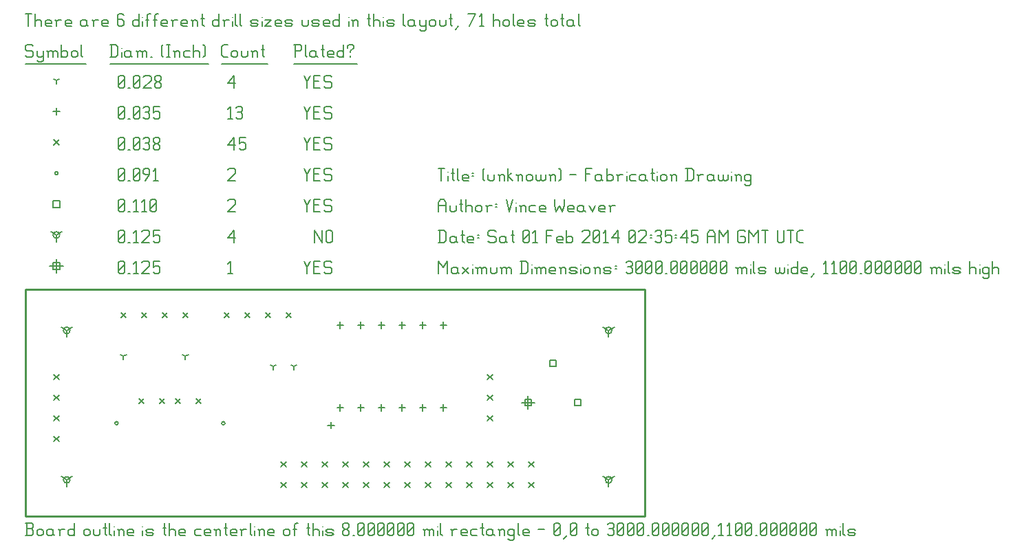
<source format=gbr>
G04 start of page 18 for group -3984 idx -3984 *
G04 Title: (unknown), fab *
G04 Creator: pcb 20110918 *
G04 CreationDate: Sat 01 Feb 2014 02:35:45 AM GMT UTC *
G04 For: vince *
G04 Format: Gerber/RS-274X *
G04 PCB-Dimensions: 300000 110000 *
G04 PCB-Coordinate-Origin: lower left *
%MOIN*%
%FSLAX25Y25*%
%LNFAB*%
%ADD139C,0.0100*%
%ADD138C,0.0075*%
%ADD137C,0.0060*%
%ADD136C,0.0080*%
G54D136*X243500Y58200D02*Y51800D01*
X240300Y55000D02*X246700D01*
X241900Y56600D02*X245100D01*
X241900D02*Y53400D01*
X245100D01*
Y56600D02*Y53400D01*
X282500Y90000D02*Y86800D01*
Y90000D02*X285273Y91600D01*
X282500Y90000D02*X279727Y91600D01*
X280900Y90000D02*G75*G03X284100Y90000I1600J0D01*G01*
G75*G03X280900Y90000I-1600J0D01*G01*
X282500Y17500D02*Y14300D01*
Y17500D02*X285273Y19100D01*
X282500Y17500D02*X279727Y19100D01*
X280900Y17500D02*G75*G03X284100Y17500I1600J0D01*G01*
G75*G03X280900Y17500I-1600J0D01*G01*
X20000Y90000D02*Y86800D01*
Y90000D02*X22773Y91600D01*
X20000Y90000D02*X17227Y91600D01*
X18400Y90000D02*G75*G03X21600Y90000I1600J0D01*G01*
G75*G03X18400Y90000I-1600J0D01*G01*
X20000Y17500D02*Y14300D01*
Y17500D02*X22773Y19100D01*
X20000Y17500D02*X17227Y19100D01*
X18400Y17500D02*G75*G03X21600Y17500I1600J0D01*G01*
G75*G03X18400Y17500I-1600J0D01*G01*
X15000Y124450D02*Y118050D01*
X11800Y121250D02*X18200D01*
X13400Y122850D02*X16600D01*
X13400D02*Y119650D01*
X16600D01*
Y122850D02*Y119650D01*
G54D137*X135000Y123500D02*X136500Y120500D01*
X138000Y123500D01*
X136500Y120500D02*Y117500D01*
X139800Y120800D02*X142050D01*
X139800Y117500D02*X142800D01*
X139800Y123500D02*Y117500D01*
Y123500D02*X142800D01*
X147600D02*X148350Y122750D01*
X145350Y123500D02*X147600D01*
X144600Y122750D02*X145350Y123500D01*
X144600Y122750D02*Y121250D01*
X145350Y120500D01*
X147600D01*
X148350Y119750D01*
Y118250D01*
X147600Y117500D02*X148350Y118250D01*
X145350Y117500D02*X147600D01*
X144600Y118250D02*X145350Y117500D01*
X98000Y122300D02*X99200Y123500D01*
Y117500D01*
X98000D02*X100250D01*
X15000Y136250D02*Y133050D01*
Y136250D02*X17773Y137850D01*
X15000Y136250D02*X12227Y137850D01*
X13400Y136250D02*G75*G03X16600Y136250I1600J0D01*G01*
G75*G03X13400Y136250I-1600J0D01*G01*
X140000Y138500D02*Y132500D01*
Y138500D02*X143750Y132500D01*
Y138500D02*Y132500D01*
X145550Y137750D02*Y133250D01*
Y137750D02*X146300Y138500D01*
X147800D01*
X148550Y137750D01*
Y133250D01*
X147800Y132500D02*X148550Y133250D01*
X146300Y132500D02*X147800D01*
X145550Y133250D02*X146300Y132500D01*
X98000Y134750D02*X101000Y138500D01*
X98000Y134750D02*X101750D01*
X101000Y138500D02*Y132500D01*
X45000Y133250D02*X45750Y132500D01*
X45000Y137750D02*Y133250D01*
Y137750D02*X45750Y138500D01*
X47250D01*
X48000Y137750D01*
Y133250D01*
X47250Y132500D02*X48000Y133250D01*
X45750Y132500D02*X47250D01*
X45000Y134000D02*X48000Y137000D01*
X49800Y132500D02*X50550D01*
X52350Y137300D02*X53550Y138500D01*
Y132500D01*
X52350D02*X54600D01*
X56400Y137750D02*X57150Y138500D01*
X59400D01*
X60150Y137750D01*
Y136250D01*
X56400Y132500D02*X60150Y136250D01*
X56400Y132500D02*X60150D01*
X61950Y138500D02*X64950D01*
X61950D02*Y135500D01*
X62700Y136250D01*
X64200D01*
X64950Y135500D01*
Y133250D01*
X64200Y132500D02*X64950Y133250D01*
X62700Y132500D02*X64200D01*
X61950Y133250D02*X62700Y132500D01*
X45000Y118250D02*X45750Y117500D01*
X45000Y122750D02*Y118250D01*
Y122750D02*X45750Y123500D01*
X47250D01*
X48000Y122750D01*
Y118250D01*
X47250Y117500D02*X48000Y118250D01*
X45750Y117500D02*X47250D01*
X45000Y119000D02*X48000Y122000D01*
X49800Y117500D02*X50550D01*
X52350Y122300D02*X53550Y123500D01*
Y117500D01*
X52350D02*X54600D01*
X56400Y122750D02*X57150Y123500D01*
X59400D01*
X60150Y122750D01*
Y121250D01*
X56400Y117500D02*X60150Y121250D01*
X56400Y117500D02*X60150D01*
X61950Y123500D02*X64950D01*
X61950D02*Y120500D01*
X62700Y121250D01*
X64200D01*
X64950Y120500D01*
Y118250D01*
X64200Y117500D02*X64950Y118250D01*
X62700Y117500D02*X64200D01*
X61950Y118250D02*X62700Y117500D01*
X265900Y56600D02*X269100D01*
X265900D02*Y53400D01*
X269100D01*
Y56600D02*Y53400D01*
X253900Y75600D02*X257100D01*
X253900D02*Y72400D01*
X257100D01*
Y75600D02*Y72400D01*
X13400Y152850D02*X16600D01*
X13400D02*Y149650D01*
X16600D01*
Y152850D02*Y149650D01*
X135000Y153500D02*X136500Y150500D01*
X138000Y153500D01*
X136500Y150500D02*Y147500D01*
X139800Y150800D02*X142050D01*
X139800Y147500D02*X142800D01*
X139800Y153500D02*Y147500D01*
Y153500D02*X142800D01*
X147600D02*X148350Y152750D01*
X145350Y153500D02*X147600D01*
X144600Y152750D02*X145350Y153500D01*
X144600Y152750D02*Y151250D01*
X145350Y150500D01*
X147600D01*
X148350Y149750D01*
Y148250D01*
X147600Y147500D02*X148350Y148250D01*
X145350Y147500D02*X147600D01*
X144600Y148250D02*X145350Y147500D01*
X98000Y152750D02*X98750Y153500D01*
X101000D01*
X101750Y152750D01*
Y151250D01*
X98000Y147500D02*X101750Y151250D01*
X98000Y147500D02*X101750D01*
X45000Y148250D02*X45750Y147500D01*
X45000Y152750D02*Y148250D01*
Y152750D02*X45750Y153500D01*
X47250D01*
X48000Y152750D01*
Y148250D01*
X47250Y147500D02*X48000Y148250D01*
X45750Y147500D02*X47250D01*
X45000Y149000D02*X48000Y152000D01*
X49800Y147500D02*X50550D01*
X52350Y152300D02*X53550Y153500D01*
Y147500D01*
X52350D02*X54600D01*
X56400Y152300D02*X57600Y153500D01*
Y147500D01*
X56400D02*X58650D01*
X60450Y148250D02*X61200Y147500D01*
X60450Y152750D02*Y148250D01*
Y152750D02*X61200Y153500D01*
X62700D01*
X63450Y152750D01*
Y148250D01*
X62700Y147500D02*X63450Y148250D01*
X61200Y147500D02*X62700D01*
X60450Y149000D02*X63450Y152000D01*
X43350Y45000D02*G75*G03X44950Y45000I800J0D01*G01*
G75*G03X43350Y45000I-800J0D01*G01*
X95050D02*G75*G03X96650Y45000I800J0D01*G01*
G75*G03X95050Y45000I-800J0D01*G01*
X14200Y166250D02*G75*G03X15800Y166250I800J0D01*G01*
G75*G03X14200Y166250I-800J0D01*G01*
X135000Y168500D02*X136500Y165500D01*
X138000Y168500D01*
X136500Y165500D02*Y162500D01*
X139800Y165800D02*X142050D01*
X139800Y162500D02*X142800D01*
X139800Y168500D02*Y162500D01*
Y168500D02*X142800D01*
X147600D02*X148350Y167750D01*
X145350Y168500D02*X147600D01*
X144600Y167750D02*X145350Y168500D01*
X144600Y167750D02*Y166250D01*
X145350Y165500D01*
X147600D01*
X148350Y164750D01*
Y163250D01*
X147600Y162500D02*X148350Y163250D01*
X145350Y162500D02*X147600D01*
X144600Y163250D02*X145350Y162500D01*
X98000Y167750D02*X98750Y168500D01*
X101000D01*
X101750Y167750D01*
Y166250D01*
X98000Y162500D02*X101750Y166250D01*
X98000Y162500D02*X101750D01*
X45000Y163250D02*X45750Y162500D01*
X45000Y167750D02*Y163250D01*
Y167750D02*X45750Y168500D01*
X47250D01*
X48000Y167750D01*
Y163250D01*
X47250Y162500D02*X48000Y163250D01*
X45750Y162500D02*X47250D01*
X45000Y164000D02*X48000Y167000D01*
X49800Y162500D02*X50550D01*
X52350Y163250D02*X53100Y162500D01*
X52350Y167750D02*Y163250D01*
Y167750D02*X53100Y168500D01*
X54600D01*
X55350Y167750D01*
Y163250D01*
X54600Y162500D02*X55350Y163250D01*
X53100Y162500D02*X54600D01*
X52350Y164000D02*X55350Y167000D01*
X57900Y162500D02*X60150Y165500D01*
Y167750D02*Y165500D01*
X59400Y168500D02*X60150Y167750D01*
X57900Y168500D02*X59400D01*
X57150Y167750D02*X57900Y168500D01*
X57150Y167750D02*Y166250D01*
X57900Y165500D01*
X60150D01*
X61950Y167300D02*X63150Y168500D01*
Y162500D01*
X61950D02*X64200D01*
X55023Y56870D02*X57423Y54470D01*
X55023D02*X57423Y56870D01*
X64863D02*X67263Y54470D01*
X64863D02*X67263Y56870D01*
X72737D02*X75137Y54470D01*
X72737D02*X75137Y56870D01*
X82577D02*X84977Y54470D01*
X82577D02*X84977Y56870D01*
X223800Y68700D02*X226200Y66300D01*
X223800D02*X226200Y68700D01*
X223800Y58700D02*X226200Y56300D01*
X223800D02*X226200Y58700D01*
X223800Y48700D02*X226200Y46300D01*
X223800D02*X226200Y48700D01*
X96300Y98700D02*X98700Y96300D01*
X96300D02*X98700Y98700D01*
X106300D02*X108700Y96300D01*
X106300D02*X108700Y98700D01*
X116300D02*X118700Y96300D01*
X116300D02*X118700Y98700D01*
X126300D02*X128700Y96300D01*
X126300D02*X128700Y98700D01*
X46300D02*X48700Y96300D01*
X46300D02*X48700Y98700D01*
X56300D02*X58700Y96300D01*
X56300D02*X58700Y98700D01*
X66300D02*X68700Y96300D01*
X66300D02*X68700Y98700D01*
X76300D02*X78700Y96300D01*
X76300D02*X78700Y98700D01*
X13800Y38700D02*X16200Y36300D01*
X13800D02*X16200Y38700D01*
X13800Y48700D02*X16200Y46300D01*
X13800D02*X16200Y48700D01*
X13800Y58700D02*X16200Y56300D01*
X13800D02*X16200Y58700D01*
X13800Y68700D02*X16200Y66300D01*
X13800D02*X16200Y68700D01*
X123800Y16200D02*X126200Y13800D01*
X123800D02*X126200Y16200D01*
X123800Y26200D02*X126200Y23800D01*
X123800D02*X126200Y26200D01*
X133800Y16200D02*X136200Y13800D01*
X133800D02*X136200Y16200D01*
X133800Y26200D02*X136200Y23800D01*
X133800D02*X136200Y26200D01*
X143800Y16200D02*X146200Y13800D01*
X143800D02*X146200Y16200D01*
X143800Y26200D02*X146200Y23800D01*
X143800D02*X146200Y26200D01*
X153800Y16200D02*X156200Y13800D01*
X153800D02*X156200Y16200D01*
X153800Y26200D02*X156200Y23800D01*
X153800D02*X156200Y26200D01*
X163800Y16200D02*X166200Y13800D01*
X163800D02*X166200Y16200D01*
X163800Y26200D02*X166200Y23800D01*
X163800D02*X166200Y26200D01*
X173800Y16200D02*X176200Y13800D01*
X173800D02*X176200Y16200D01*
X173800Y26200D02*X176200Y23800D01*
X173800D02*X176200Y26200D01*
X183800Y16200D02*X186200Y13800D01*
X183800D02*X186200Y16200D01*
X183800Y26200D02*X186200Y23800D01*
X183800D02*X186200Y26200D01*
X193800Y16200D02*X196200Y13800D01*
X193800D02*X196200Y16200D01*
X193800Y26200D02*X196200Y23800D01*
X193800D02*X196200Y26200D01*
X203800Y16200D02*X206200Y13800D01*
X203800D02*X206200Y16200D01*
X203800Y26200D02*X206200Y23800D01*
X203800D02*X206200Y26200D01*
X213800Y16200D02*X216200Y13800D01*
X213800D02*X216200Y16200D01*
X213800Y26200D02*X216200Y23800D01*
X213800D02*X216200Y26200D01*
X223800Y16200D02*X226200Y13800D01*
X223800D02*X226200Y16200D01*
X223800Y26200D02*X226200Y23800D01*
X223800D02*X226200Y26200D01*
X233800Y16200D02*X236200Y13800D01*
X233800D02*X236200Y16200D01*
X233800Y26200D02*X236200Y23800D01*
X233800D02*X236200Y26200D01*
X243800Y16200D02*X246200Y13800D01*
X243800D02*X246200Y16200D01*
X243800Y26200D02*X246200Y23800D01*
X243800D02*X246200Y26200D01*
X13800Y182450D02*X16200Y180050D01*
X13800D02*X16200Y182450D01*
X135000Y183500D02*X136500Y180500D01*
X138000Y183500D01*
X136500Y180500D02*Y177500D01*
X139800Y180800D02*X142050D01*
X139800Y177500D02*X142800D01*
X139800Y183500D02*Y177500D01*
Y183500D02*X142800D01*
X147600D02*X148350Y182750D01*
X145350Y183500D02*X147600D01*
X144600Y182750D02*X145350Y183500D01*
X144600Y182750D02*Y181250D01*
X145350Y180500D01*
X147600D01*
X148350Y179750D01*
Y178250D01*
X147600Y177500D02*X148350Y178250D01*
X145350Y177500D02*X147600D01*
X144600Y178250D02*X145350Y177500D01*
X98000Y179750D02*X101000Y183500D01*
X98000Y179750D02*X101750D01*
X101000Y183500D02*Y177500D01*
X103550Y183500D02*X106550D01*
X103550D02*Y180500D01*
X104300Y181250D01*
X105800D01*
X106550Y180500D01*
Y178250D01*
X105800Y177500D02*X106550Y178250D01*
X104300Y177500D02*X105800D01*
X103550Y178250D02*X104300Y177500D01*
X45000Y178250D02*X45750Y177500D01*
X45000Y182750D02*Y178250D01*
Y182750D02*X45750Y183500D01*
X47250D01*
X48000Y182750D01*
Y178250D01*
X47250Y177500D02*X48000Y178250D01*
X45750Y177500D02*X47250D01*
X45000Y179000D02*X48000Y182000D01*
X49800Y177500D02*X50550D01*
X52350Y178250D02*X53100Y177500D01*
X52350Y182750D02*Y178250D01*
Y182750D02*X53100Y183500D01*
X54600D01*
X55350Y182750D01*
Y178250D01*
X54600Y177500D02*X55350Y178250D01*
X53100Y177500D02*X54600D01*
X52350Y179000D02*X55350Y182000D01*
X57150Y182750D02*X57900Y183500D01*
X59400D01*
X60150Y182750D01*
X59400Y177500D02*X60150Y178250D01*
X57900Y177500D02*X59400D01*
X57150Y178250D02*X57900Y177500D01*
Y180800D02*X59400D01*
X60150Y182750D02*Y181550D01*
Y180050D02*Y178250D01*
Y180050D02*X59400Y180800D01*
X60150Y181550D02*X59400Y180800D01*
X61950Y178250D02*X62700Y177500D01*
X61950Y179450D02*Y178250D01*
Y179450D02*X63000Y180500D01*
X63900D01*
X64950Y179450D01*
Y178250D01*
X64200Y177500D02*X64950Y178250D01*
X62700Y177500D02*X64200D01*
X61950Y181550D02*X63000Y180500D01*
X61950Y182750D02*Y181550D01*
Y182750D02*X62700Y183500D01*
X64200D01*
X64950Y182750D01*
Y181550D01*
X63900Y180500D02*X64950Y181550D01*
X152500Y54100D02*Y50900D01*
X150900Y52500D02*X154100D01*
X162500Y54100D02*Y50900D01*
X160900Y52500D02*X164100D01*
X172500Y54100D02*Y50900D01*
X170900Y52500D02*X174100D01*
X182500Y54100D02*Y50900D01*
X180900Y52500D02*X184100D01*
X192500Y54100D02*Y50900D01*
X190900Y52500D02*X194100D01*
X202500Y54100D02*Y50900D01*
X200900Y52500D02*X204100D01*
X202500Y94100D02*Y90900D01*
X200900Y92500D02*X204100D01*
X192500Y94100D02*Y90900D01*
X190900Y92500D02*X194100D01*
X182500Y94100D02*Y90900D01*
X180900Y92500D02*X184100D01*
X172500Y94100D02*Y90900D01*
X170900Y92500D02*X174100D01*
X162500Y94100D02*Y90900D01*
X160900Y92500D02*X164100D01*
X152500Y94100D02*Y90900D01*
X150900Y92500D02*X154100D01*
X148000Y45600D02*Y42400D01*
X146400Y44000D02*X149600D01*
X15000Y197850D02*Y194650D01*
X13400Y196250D02*X16600D01*
X135000Y198500D02*X136500Y195500D01*
X138000Y198500D01*
X136500Y195500D02*Y192500D01*
X139800Y195800D02*X142050D01*
X139800Y192500D02*X142800D01*
X139800Y198500D02*Y192500D01*
Y198500D02*X142800D01*
X147600D02*X148350Y197750D01*
X145350Y198500D02*X147600D01*
X144600Y197750D02*X145350Y198500D01*
X144600Y197750D02*Y196250D01*
X145350Y195500D01*
X147600D01*
X148350Y194750D01*
Y193250D01*
X147600Y192500D02*X148350Y193250D01*
X145350Y192500D02*X147600D01*
X144600Y193250D02*X145350Y192500D01*
X98000Y197300D02*X99200Y198500D01*
Y192500D01*
X98000D02*X100250D01*
X102050Y197750D02*X102800Y198500D01*
X104300D01*
X105050Y197750D01*
X104300Y192500D02*X105050Y193250D01*
X102800Y192500D02*X104300D01*
X102050Y193250D02*X102800Y192500D01*
Y195800D02*X104300D01*
X105050Y197750D02*Y196550D01*
Y195050D02*Y193250D01*
Y195050D02*X104300Y195800D01*
X105050Y196550D02*X104300Y195800D01*
X45000Y193250D02*X45750Y192500D01*
X45000Y197750D02*Y193250D01*
Y197750D02*X45750Y198500D01*
X47250D01*
X48000Y197750D01*
Y193250D01*
X47250Y192500D02*X48000Y193250D01*
X45750Y192500D02*X47250D01*
X45000Y194000D02*X48000Y197000D01*
X49800Y192500D02*X50550D01*
X52350Y193250D02*X53100Y192500D01*
X52350Y197750D02*Y193250D01*
Y197750D02*X53100Y198500D01*
X54600D01*
X55350Y197750D01*
Y193250D01*
X54600Y192500D02*X55350Y193250D01*
X53100Y192500D02*X54600D01*
X52350Y194000D02*X55350Y197000D01*
X57150Y197750D02*X57900Y198500D01*
X59400D01*
X60150Y197750D01*
X59400Y192500D02*X60150Y193250D01*
X57900Y192500D02*X59400D01*
X57150Y193250D02*X57900Y192500D01*
Y195800D02*X59400D01*
X60150Y197750D02*Y196550D01*
Y195050D02*Y193250D01*
Y195050D02*X59400Y195800D01*
X60150Y196550D02*X59400Y195800D01*
X61950Y198500D02*X64950D01*
X61950D02*Y195500D01*
X62700Y196250D01*
X64200D01*
X64950Y195500D01*
Y193250D01*
X64200Y192500D02*X64950Y193250D01*
X62700Y192500D02*X64200D01*
X61950Y193250D02*X62700Y192500D01*
X77500Y77500D02*Y75900D01*
Y77500D02*X78887Y78300D01*
X77500Y77500D02*X76113Y78300D01*
X47500Y77500D02*Y75900D01*
Y77500D02*X48887Y78300D01*
X47500Y77500D02*X46113Y78300D01*
X120000Y72500D02*Y70900D01*
Y72500D02*X121387Y73300D01*
X120000Y72500D02*X118613Y73300D01*
X130000Y72500D02*Y70900D01*
Y72500D02*X131387Y73300D01*
X130000Y72500D02*X128613Y73300D01*
X15000Y211250D02*Y209650D01*
Y211250D02*X16387Y212050D01*
X15000Y211250D02*X13613Y212050D01*
X135000Y213500D02*X136500Y210500D01*
X138000Y213500D01*
X136500Y210500D02*Y207500D01*
X139800Y210800D02*X142050D01*
X139800Y207500D02*X142800D01*
X139800Y213500D02*Y207500D01*
Y213500D02*X142800D01*
X147600D02*X148350Y212750D01*
X145350Y213500D02*X147600D01*
X144600Y212750D02*X145350Y213500D01*
X144600Y212750D02*Y211250D01*
X145350Y210500D01*
X147600D01*
X148350Y209750D01*
Y208250D01*
X147600Y207500D02*X148350Y208250D01*
X145350Y207500D02*X147600D01*
X144600Y208250D02*X145350Y207500D01*
X98000Y209750D02*X101000Y213500D01*
X98000Y209750D02*X101750D01*
X101000Y213500D02*Y207500D01*
X45000Y208250D02*X45750Y207500D01*
X45000Y212750D02*Y208250D01*
Y212750D02*X45750Y213500D01*
X47250D01*
X48000Y212750D01*
Y208250D01*
X47250Y207500D02*X48000Y208250D01*
X45750Y207500D02*X47250D01*
X45000Y209000D02*X48000Y212000D01*
X49800Y207500D02*X50550D01*
X52350Y208250D02*X53100Y207500D01*
X52350Y212750D02*Y208250D01*
Y212750D02*X53100Y213500D01*
X54600D01*
X55350Y212750D01*
Y208250D01*
X54600Y207500D02*X55350Y208250D01*
X53100Y207500D02*X54600D01*
X52350Y209000D02*X55350Y212000D01*
X57150Y212750D02*X57900Y213500D01*
X60150D01*
X60900Y212750D01*
Y211250D01*
X57150Y207500D02*X60900Y211250D01*
X57150Y207500D02*X60900D01*
X62700Y208250D02*X63450Y207500D01*
X62700Y209450D02*Y208250D01*
Y209450D02*X63750Y210500D01*
X64650D01*
X65700Y209450D01*
Y208250D01*
X64950Y207500D02*X65700Y208250D01*
X63450Y207500D02*X64950D01*
X62700Y211550D02*X63750Y210500D01*
X62700Y212750D02*Y211550D01*
Y212750D02*X63450Y213500D01*
X64950D01*
X65700Y212750D01*
Y211550D01*
X64650Y210500D02*X65700Y211550D01*
X3000Y228500D02*X3750Y227750D01*
X750Y228500D02*X3000D01*
X0Y227750D02*X750Y228500D01*
X0Y227750D02*Y226250D01*
X750Y225500D01*
X3000D01*
X3750Y224750D01*
Y223250D01*
X3000Y222500D02*X3750Y223250D01*
X750Y222500D02*X3000D01*
X0Y223250D02*X750Y222500D01*
X5550Y225500D02*Y223250D01*
X6300Y222500D01*
X8550Y225500D02*Y221000D01*
X7800Y220250D02*X8550Y221000D01*
X6300Y220250D02*X7800D01*
X5550Y221000D02*X6300Y220250D01*
Y222500D02*X7800D01*
X8550Y223250D01*
X11100Y224750D02*Y222500D01*
Y224750D02*X11850Y225500D01*
X12600D01*
X13350Y224750D01*
Y222500D01*
Y224750D02*X14100Y225500D01*
X14850D01*
X15600Y224750D01*
Y222500D01*
X10350Y225500D02*X11100Y224750D01*
X17400Y228500D02*Y222500D01*
Y223250D02*X18150Y222500D01*
X19650D01*
X20400Y223250D01*
Y224750D02*Y223250D01*
X19650Y225500D02*X20400Y224750D01*
X18150Y225500D02*X19650D01*
X17400Y224750D02*X18150Y225500D01*
X22200Y224750D02*Y223250D01*
Y224750D02*X22950Y225500D01*
X24450D01*
X25200Y224750D01*
Y223250D01*
X24450Y222500D02*X25200Y223250D01*
X22950Y222500D02*X24450D01*
X22200Y223250D02*X22950Y222500D01*
X27000Y228500D02*Y223250D01*
X27750Y222500D01*
X0Y219250D02*X29250D01*
X41750Y228500D02*Y222500D01*
X43700Y228500D02*X44750Y227450D01*
Y223550D01*
X43700Y222500D02*X44750Y223550D01*
X41000Y222500D02*X43700D01*
X41000Y228500D02*X43700D01*
G54D138*X46550Y227000D02*Y226850D01*
G54D137*Y224750D02*Y222500D01*
X50300Y225500D02*X51050Y224750D01*
X48800Y225500D02*X50300D01*
X48050Y224750D02*X48800Y225500D01*
X48050Y224750D02*Y223250D01*
X48800Y222500D01*
X51050Y225500D02*Y223250D01*
X51800Y222500D01*
X48800D02*X50300D01*
X51050Y223250D01*
X54350Y224750D02*Y222500D01*
Y224750D02*X55100Y225500D01*
X55850D01*
X56600Y224750D01*
Y222500D01*
Y224750D02*X57350Y225500D01*
X58100D01*
X58850Y224750D01*
Y222500D01*
X53600Y225500D02*X54350Y224750D01*
X60650Y222500D02*X61400D01*
X65900Y223250D02*X66650Y222500D01*
X65900Y227750D02*X66650Y228500D01*
X65900Y227750D02*Y223250D01*
X68450Y228500D02*X69950D01*
X69200D02*Y222500D01*
X68450D02*X69950D01*
X72500Y224750D02*Y222500D01*
Y224750D02*X73250Y225500D01*
X74000D01*
X74750Y224750D01*
Y222500D01*
X71750Y225500D02*X72500Y224750D01*
X77300Y225500D02*X79550D01*
X76550Y224750D02*X77300Y225500D01*
X76550Y224750D02*Y223250D01*
X77300Y222500D01*
X79550D01*
X81350Y228500D02*Y222500D01*
Y224750D02*X82100Y225500D01*
X83600D01*
X84350Y224750D01*
Y222500D01*
X86150Y228500D02*X86900Y227750D01*
Y223250D01*
X86150Y222500D02*X86900Y223250D01*
X41000Y219250D02*X88700D01*
X96050Y222500D02*X98000D01*
X95000Y223550D02*X96050Y222500D01*
X95000Y227450D02*Y223550D01*
Y227450D02*X96050Y228500D01*
X98000D01*
X99800Y224750D02*Y223250D01*
Y224750D02*X100550Y225500D01*
X102050D01*
X102800Y224750D01*
Y223250D01*
X102050Y222500D02*X102800Y223250D01*
X100550Y222500D02*X102050D01*
X99800Y223250D02*X100550Y222500D01*
X104600Y225500D02*Y223250D01*
X105350Y222500D01*
X106850D01*
X107600Y223250D01*
Y225500D02*Y223250D01*
X110150Y224750D02*Y222500D01*
Y224750D02*X110900Y225500D01*
X111650D01*
X112400Y224750D01*
Y222500D01*
X109400Y225500D02*X110150Y224750D01*
X114950Y228500D02*Y223250D01*
X115700Y222500D01*
X114200Y226250D02*X115700D01*
X95000Y219250D02*X117200D01*
X130750Y228500D02*Y222500D01*
X130000Y228500D02*X133000D01*
X133750Y227750D01*
Y226250D01*
X133000Y225500D02*X133750Y226250D01*
X130750Y225500D02*X133000D01*
X135550Y228500D02*Y223250D01*
X136300Y222500D01*
X140050Y225500D02*X140800Y224750D01*
X138550Y225500D02*X140050D01*
X137800Y224750D02*X138550Y225500D01*
X137800Y224750D02*Y223250D01*
X138550Y222500D01*
X140800Y225500D02*Y223250D01*
X141550Y222500D01*
X138550D02*X140050D01*
X140800Y223250D01*
X144100Y228500D02*Y223250D01*
X144850Y222500D01*
X143350Y226250D02*X144850D01*
X147100Y222500D02*X149350D01*
X146350Y223250D02*X147100Y222500D01*
X146350Y224750D02*Y223250D01*
Y224750D02*X147100Y225500D01*
X148600D01*
X149350Y224750D01*
X146350Y224000D02*X149350D01*
Y224750D02*Y224000D01*
X154150Y228500D02*Y222500D01*
X153400D02*X154150Y223250D01*
X151900Y222500D02*X153400D01*
X151150Y223250D02*X151900Y222500D01*
X151150Y224750D02*Y223250D01*
Y224750D02*X151900Y225500D01*
X153400D01*
X154150Y224750D01*
X157450Y225500D02*Y224750D01*
Y223250D02*Y222500D01*
X155950Y227750D02*Y227000D01*
Y227750D02*X156700Y228500D01*
X158200D01*
X158950Y227750D01*
Y227000D01*
X157450Y225500D02*X158950Y227000D01*
X130000Y219250D02*X160750D01*
X0Y243500D02*X3000D01*
X1500D02*Y237500D01*
X4800Y243500D02*Y237500D01*
Y239750D02*X5550Y240500D01*
X7050D01*
X7800Y239750D01*
Y237500D01*
X10350D02*X12600D01*
X9600Y238250D02*X10350Y237500D01*
X9600Y239750D02*Y238250D01*
Y239750D02*X10350Y240500D01*
X11850D01*
X12600Y239750D01*
X9600Y239000D02*X12600D01*
Y239750D02*Y239000D01*
X15150Y239750D02*Y237500D01*
Y239750D02*X15900Y240500D01*
X17400D01*
X14400D02*X15150Y239750D01*
X19950Y237500D02*X22200D01*
X19200Y238250D02*X19950Y237500D01*
X19200Y239750D02*Y238250D01*
Y239750D02*X19950Y240500D01*
X21450D01*
X22200Y239750D01*
X19200Y239000D02*X22200D01*
Y239750D02*Y239000D01*
X28950Y240500D02*X29700Y239750D01*
X27450Y240500D02*X28950D01*
X26700Y239750D02*X27450Y240500D01*
X26700Y239750D02*Y238250D01*
X27450Y237500D01*
X29700Y240500D02*Y238250D01*
X30450Y237500D01*
X27450D02*X28950D01*
X29700Y238250D01*
X33000Y239750D02*Y237500D01*
Y239750D02*X33750Y240500D01*
X35250D01*
X32250D02*X33000Y239750D01*
X37800Y237500D02*X40050D01*
X37050Y238250D02*X37800Y237500D01*
X37050Y239750D02*Y238250D01*
Y239750D02*X37800Y240500D01*
X39300D01*
X40050Y239750D01*
X37050Y239000D02*X40050D01*
Y239750D02*Y239000D01*
X46800Y243500D02*X47550Y242750D01*
X45300Y243500D02*X46800D01*
X44550Y242750D02*X45300Y243500D01*
X44550Y242750D02*Y238250D01*
X45300Y237500D01*
X46800Y240800D02*X47550Y240050D01*
X44550Y240800D02*X46800D01*
X45300Y237500D02*X46800D01*
X47550Y238250D01*
Y240050D02*Y238250D01*
X55050Y243500D02*Y237500D01*
X54300D02*X55050Y238250D01*
X52800Y237500D02*X54300D01*
X52050Y238250D02*X52800Y237500D01*
X52050Y239750D02*Y238250D01*
Y239750D02*X52800Y240500D01*
X54300D01*
X55050Y239750D01*
G54D138*X56850Y242000D02*Y241850D01*
G54D137*Y239750D02*Y237500D01*
X59100Y242750D02*Y237500D01*
Y242750D02*X59850Y243500D01*
X60600D01*
X58350Y240500D02*X59850D01*
X62850Y242750D02*Y237500D01*
Y242750D02*X63600Y243500D01*
X64350D01*
X62100Y240500D02*X63600D01*
X66600Y237500D02*X68850D01*
X65850Y238250D02*X66600Y237500D01*
X65850Y239750D02*Y238250D01*
Y239750D02*X66600Y240500D01*
X68100D01*
X68850Y239750D01*
X65850Y239000D02*X68850D01*
Y239750D02*Y239000D01*
X71400Y239750D02*Y237500D01*
Y239750D02*X72150Y240500D01*
X73650D01*
X70650D02*X71400Y239750D01*
X76200Y237500D02*X78450D01*
X75450Y238250D02*X76200Y237500D01*
X75450Y239750D02*Y238250D01*
Y239750D02*X76200Y240500D01*
X77700D01*
X78450Y239750D01*
X75450Y239000D02*X78450D01*
Y239750D02*Y239000D01*
X81000Y239750D02*Y237500D01*
Y239750D02*X81750Y240500D01*
X82500D01*
X83250Y239750D01*
Y237500D01*
X80250Y240500D02*X81000Y239750D01*
X85800Y243500D02*Y238250D01*
X86550Y237500D01*
X85050Y241250D02*X86550D01*
X93750Y243500D02*Y237500D01*
X93000D02*X93750Y238250D01*
X91500Y237500D02*X93000D01*
X90750Y238250D02*X91500Y237500D01*
X90750Y239750D02*Y238250D01*
Y239750D02*X91500Y240500D01*
X93000D01*
X93750Y239750D01*
X96300D02*Y237500D01*
Y239750D02*X97050Y240500D01*
X98550D01*
X95550D02*X96300Y239750D01*
G54D138*X100350Y242000D02*Y241850D01*
G54D137*Y239750D02*Y237500D01*
X101850Y243500D02*Y238250D01*
X102600Y237500D01*
X104100Y243500D02*Y238250D01*
X104850Y237500D01*
X109800D02*X112050D01*
X112800Y238250D01*
X112050Y239000D02*X112800Y238250D01*
X109800Y239000D02*X112050D01*
X109050Y239750D02*X109800Y239000D01*
X109050Y239750D02*X109800Y240500D01*
X112050D01*
X112800Y239750D01*
X109050Y238250D02*X109800Y237500D01*
G54D138*X114600Y242000D02*Y241850D01*
G54D137*Y239750D02*Y237500D01*
X116100Y240500D02*X119100D01*
X116100Y237500D02*X119100Y240500D01*
X116100Y237500D02*X119100D01*
X121650D02*X123900D01*
X120900Y238250D02*X121650Y237500D01*
X120900Y239750D02*Y238250D01*
Y239750D02*X121650Y240500D01*
X123150D01*
X123900Y239750D01*
X120900Y239000D02*X123900D01*
Y239750D02*Y239000D01*
X126450Y237500D02*X128700D01*
X129450Y238250D01*
X128700Y239000D02*X129450Y238250D01*
X126450Y239000D02*X128700D01*
X125700Y239750D02*X126450Y239000D01*
X125700Y239750D02*X126450Y240500D01*
X128700D01*
X129450Y239750D01*
X125700Y238250D02*X126450Y237500D01*
X133950Y240500D02*Y238250D01*
X134700Y237500D01*
X136200D01*
X136950Y238250D01*
Y240500D02*Y238250D01*
X139500Y237500D02*X141750D01*
X142500Y238250D01*
X141750Y239000D02*X142500Y238250D01*
X139500Y239000D02*X141750D01*
X138750Y239750D02*X139500Y239000D01*
X138750Y239750D02*X139500Y240500D01*
X141750D01*
X142500Y239750D01*
X138750Y238250D02*X139500Y237500D01*
X145050D02*X147300D01*
X144300Y238250D02*X145050Y237500D01*
X144300Y239750D02*Y238250D01*
Y239750D02*X145050Y240500D01*
X146550D01*
X147300Y239750D01*
X144300Y239000D02*X147300D01*
Y239750D02*Y239000D01*
X152100Y243500D02*Y237500D01*
X151350D02*X152100Y238250D01*
X149850Y237500D02*X151350D01*
X149100Y238250D02*X149850Y237500D01*
X149100Y239750D02*Y238250D01*
Y239750D02*X149850Y240500D01*
X151350D01*
X152100Y239750D01*
G54D138*X156600Y242000D02*Y241850D01*
G54D137*Y239750D02*Y237500D01*
X158850Y239750D02*Y237500D01*
Y239750D02*X159600Y240500D01*
X160350D01*
X161100Y239750D01*
Y237500D01*
X158100Y240500D02*X158850Y239750D01*
X166350Y243500D02*Y238250D01*
X167100Y237500D01*
X165600Y241250D02*X167100D01*
X168600Y243500D02*Y237500D01*
Y239750D02*X169350Y240500D01*
X170850D01*
X171600Y239750D01*
Y237500D01*
G54D138*X173400Y242000D02*Y241850D01*
G54D137*Y239750D02*Y237500D01*
X175650D02*X177900D01*
X178650Y238250D01*
X177900Y239000D02*X178650Y238250D01*
X175650Y239000D02*X177900D01*
X174900Y239750D02*X175650Y239000D01*
X174900Y239750D02*X175650Y240500D01*
X177900D01*
X178650Y239750D01*
X174900Y238250D02*X175650Y237500D01*
X183150Y243500D02*Y238250D01*
X183900Y237500D01*
X187650Y240500D02*X188400Y239750D01*
X186150Y240500D02*X187650D01*
X185400Y239750D02*X186150Y240500D01*
X185400Y239750D02*Y238250D01*
X186150Y237500D01*
X188400Y240500D02*Y238250D01*
X189150Y237500D01*
X186150D02*X187650D01*
X188400Y238250D01*
X190950Y240500D02*Y238250D01*
X191700Y237500D01*
X193950Y240500D02*Y236000D01*
X193200Y235250D02*X193950Y236000D01*
X191700Y235250D02*X193200D01*
X190950Y236000D02*X191700Y235250D01*
Y237500D02*X193200D01*
X193950Y238250D01*
X195750Y239750D02*Y238250D01*
Y239750D02*X196500Y240500D01*
X198000D01*
X198750Y239750D01*
Y238250D01*
X198000Y237500D02*X198750Y238250D01*
X196500Y237500D02*X198000D01*
X195750Y238250D02*X196500Y237500D01*
X200550Y240500D02*Y238250D01*
X201300Y237500D01*
X202800D01*
X203550Y238250D01*
Y240500D02*Y238250D01*
X206100Y243500D02*Y238250D01*
X206850Y237500D01*
X205350Y241250D02*X206850D01*
X208350Y236000D02*X209850Y237500D01*
X215100D02*X218100Y243500D01*
X214350D02*X218100D01*
X219900Y242300D02*X221100Y243500D01*
Y237500D01*
X219900D02*X222150D01*
X226650Y243500D02*Y237500D01*
Y239750D02*X227400Y240500D01*
X228900D01*
X229650Y239750D01*
Y237500D01*
X231450Y239750D02*Y238250D01*
Y239750D02*X232200Y240500D01*
X233700D01*
X234450Y239750D01*
Y238250D01*
X233700Y237500D02*X234450Y238250D01*
X232200Y237500D02*X233700D01*
X231450Y238250D02*X232200Y237500D01*
X236250Y243500D02*Y238250D01*
X237000Y237500D01*
X239250D02*X241500D01*
X238500Y238250D02*X239250Y237500D01*
X238500Y239750D02*Y238250D01*
Y239750D02*X239250Y240500D01*
X240750D01*
X241500Y239750D01*
X238500Y239000D02*X241500D01*
Y239750D02*Y239000D01*
X244050Y237500D02*X246300D01*
X247050Y238250D01*
X246300Y239000D02*X247050Y238250D01*
X244050Y239000D02*X246300D01*
X243300Y239750D02*X244050Y239000D01*
X243300Y239750D02*X244050Y240500D01*
X246300D01*
X247050Y239750D01*
X243300Y238250D02*X244050Y237500D01*
X252300Y243500D02*Y238250D01*
X253050Y237500D01*
X251550Y241250D02*X253050D01*
X254550Y239750D02*Y238250D01*
Y239750D02*X255300Y240500D01*
X256800D01*
X257550Y239750D01*
Y238250D01*
X256800Y237500D02*X257550Y238250D01*
X255300Y237500D02*X256800D01*
X254550Y238250D02*X255300Y237500D01*
X260100Y243500D02*Y238250D01*
X260850Y237500D01*
X259350Y241250D02*X260850D01*
X264600Y240500D02*X265350Y239750D01*
X263100Y240500D02*X264600D01*
X262350Y239750D02*X263100Y240500D01*
X262350Y239750D02*Y238250D01*
X263100Y237500D01*
X265350Y240500D02*Y238250D01*
X266100Y237500D01*
X263100D02*X264600D01*
X265350Y238250D01*
X267900Y243500D02*Y238250D01*
X268650Y237500D01*
G54D139*X0Y110000D02*X300000D01*
X0D02*Y0D01*
X300000Y110000D02*Y0D01*
X0D02*X300000D01*
G54D137*X200000Y123500D02*Y117500D01*
Y123500D02*X202250Y120500D01*
X204500Y123500D01*
Y117500D01*
X208550Y120500D02*X209300Y119750D01*
X207050Y120500D02*X208550D01*
X206300Y119750D02*X207050Y120500D01*
X206300Y119750D02*Y118250D01*
X207050Y117500D01*
X209300Y120500D02*Y118250D01*
X210050Y117500D01*
X207050D02*X208550D01*
X209300Y118250D01*
X211850Y120500D02*X214850Y117500D01*
X211850D02*X214850Y120500D01*
G54D138*X216650Y122000D02*Y121850D01*
G54D137*Y119750D02*Y117500D01*
X218900Y119750D02*Y117500D01*
Y119750D02*X219650Y120500D01*
X220400D01*
X221150Y119750D01*
Y117500D01*
Y119750D02*X221900Y120500D01*
X222650D01*
X223400Y119750D01*
Y117500D01*
X218150Y120500D02*X218900Y119750D01*
X225200Y120500D02*Y118250D01*
X225950Y117500D01*
X227450D01*
X228200Y118250D01*
Y120500D02*Y118250D01*
X230750Y119750D02*Y117500D01*
Y119750D02*X231500Y120500D01*
X232250D01*
X233000Y119750D01*
Y117500D01*
Y119750D02*X233750Y120500D01*
X234500D01*
X235250Y119750D01*
Y117500D01*
X230000Y120500D02*X230750Y119750D01*
X240500Y123500D02*Y117500D01*
X242450Y123500D02*X243500Y122450D01*
Y118550D01*
X242450Y117500D02*X243500Y118550D01*
X239750Y117500D02*X242450D01*
X239750Y123500D02*X242450D01*
G54D138*X245300Y122000D02*Y121850D01*
G54D137*Y119750D02*Y117500D01*
X247550Y119750D02*Y117500D01*
Y119750D02*X248300Y120500D01*
X249050D01*
X249800Y119750D01*
Y117500D01*
Y119750D02*X250550Y120500D01*
X251300D01*
X252050Y119750D01*
Y117500D01*
X246800Y120500D02*X247550Y119750D01*
X254600Y117500D02*X256850D01*
X253850Y118250D02*X254600Y117500D01*
X253850Y119750D02*Y118250D01*
Y119750D02*X254600Y120500D01*
X256100D01*
X256850Y119750D01*
X253850Y119000D02*X256850D01*
Y119750D02*Y119000D01*
X259400Y119750D02*Y117500D01*
Y119750D02*X260150Y120500D01*
X260900D01*
X261650Y119750D01*
Y117500D01*
X258650Y120500D02*X259400Y119750D01*
X264200Y117500D02*X266450D01*
X267200Y118250D01*
X266450Y119000D02*X267200Y118250D01*
X264200Y119000D02*X266450D01*
X263450Y119750D02*X264200Y119000D01*
X263450Y119750D02*X264200Y120500D01*
X266450D01*
X267200Y119750D01*
X263450Y118250D02*X264200Y117500D01*
G54D138*X269000Y122000D02*Y121850D01*
G54D137*Y119750D02*Y117500D01*
X270500Y119750D02*Y118250D01*
Y119750D02*X271250Y120500D01*
X272750D01*
X273500Y119750D01*
Y118250D01*
X272750Y117500D02*X273500Y118250D01*
X271250Y117500D02*X272750D01*
X270500Y118250D02*X271250Y117500D01*
X276050Y119750D02*Y117500D01*
Y119750D02*X276800Y120500D01*
X277550D01*
X278300Y119750D01*
Y117500D01*
X275300Y120500D02*X276050Y119750D01*
X280850Y117500D02*X283100D01*
X283850Y118250D01*
X283100Y119000D02*X283850Y118250D01*
X280850Y119000D02*X283100D01*
X280100Y119750D02*X280850Y119000D01*
X280100Y119750D02*X280850Y120500D01*
X283100D01*
X283850Y119750D01*
X280100Y118250D02*X280850Y117500D01*
X285650Y121250D02*X286400D01*
X285650Y119750D02*X286400D01*
X290900Y122750D02*X291650Y123500D01*
X293150D01*
X293900Y122750D01*
X293150Y117500D02*X293900Y118250D01*
X291650Y117500D02*X293150D01*
X290900Y118250D02*X291650Y117500D01*
Y120800D02*X293150D01*
X293900Y122750D02*Y121550D01*
Y120050D02*Y118250D01*
Y120050D02*X293150Y120800D01*
X293900Y121550D02*X293150Y120800D01*
X295700Y118250D02*X296450Y117500D01*
X295700Y122750D02*Y118250D01*
Y122750D02*X296450Y123500D01*
X297950D01*
X298700Y122750D01*
Y118250D01*
X297950Y117500D02*X298700Y118250D01*
X296450Y117500D02*X297950D01*
X295700Y119000D02*X298700Y122000D01*
X300500Y118250D02*X301250Y117500D01*
X300500Y122750D02*Y118250D01*
Y122750D02*X301250Y123500D01*
X302750D01*
X303500Y122750D01*
Y118250D01*
X302750Y117500D02*X303500Y118250D01*
X301250Y117500D02*X302750D01*
X300500Y119000D02*X303500Y122000D01*
X305300Y118250D02*X306050Y117500D01*
X305300Y122750D02*Y118250D01*
Y122750D02*X306050Y123500D01*
X307550D01*
X308300Y122750D01*
Y118250D01*
X307550Y117500D02*X308300Y118250D01*
X306050Y117500D02*X307550D01*
X305300Y119000D02*X308300Y122000D01*
X310100Y117500D02*X310850D01*
X312650Y118250D02*X313400Y117500D01*
X312650Y122750D02*Y118250D01*
Y122750D02*X313400Y123500D01*
X314900D01*
X315650Y122750D01*
Y118250D01*
X314900Y117500D02*X315650Y118250D01*
X313400Y117500D02*X314900D01*
X312650Y119000D02*X315650Y122000D01*
X317450Y118250D02*X318200Y117500D01*
X317450Y122750D02*Y118250D01*
Y122750D02*X318200Y123500D01*
X319700D01*
X320450Y122750D01*
Y118250D01*
X319700Y117500D02*X320450Y118250D01*
X318200Y117500D02*X319700D01*
X317450Y119000D02*X320450Y122000D01*
X322250Y118250D02*X323000Y117500D01*
X322250Y122750D02*Y118250D01*
Y122750D02*X323000Y123500D01*
X324500D01*
X325250Y122750D01*
Y118250D01*
X324500Y117500D02*X325250Y118250D01*
X323000Y117500D02*X324500D01*
X322250Y119000D02*X325250Y122000D01*
X327050Y118250D02*X327800Y117500D01*
X327050Y122750D02*Y118250D01*
Y122750D02*X327800Y123500D01*
X329300D01*
X330050Y122750D01*
Y118250D01*
X329300Y117500D02*X330050Y118250D01*
X327800Y117500D02*X329300D01*
X327050Y119000D02*X330050Y122000D01*
X331850Y118250D02*X332600Y117500D01*
X331850Y122750D02*Y118250D01*
Y122750D02*X332600Y123500D01*
X334100D01*
X334850Y122750D01*
Y118250D01*
X334100Y117500D02*X334850Y118250D01*
X332600Y117500D02*X334100D01*
X331850Y119000D02*X334850Y122000D01*
X336650Y118250D02*X337400Y117500D01*
X336650Y122750D02*Y118250D01*
Y122750D02*X337400Y123500D01*
X338900D01*
X339650Y122750D01*
Y118250D01*
X338900Y117500D02*X339650Y118250D01*
X337400Y117500D02*X338900D01*
X336650Y119000D02*X339650Y122000D01*
X344900Y119750D02*Y117500D01*
Y119750D02*X345650Y120500D01*
X346400D01*
X347150Y119750D01*
Y117500D01*
Y119750D02*X347900Y120500D01*
X348650D01*
X349400Y119750D01*
Y117500D01*
X344150Y120500D02*X344900Y119750D01*
G54D138*X351200Y122000D02*Y121850D01*
G54D137*Y119750D02*Y117500D01*
X352700Y123500D02*Y118250D01*
X353450Y117500D01*
X355700D02*X357950D01*
X358700Y118250D01*
X357950Y119000D02*X358700Y118250D01*
X355700Y119000D02*X357950D01*
X354950Y119750D02*X355700Y119000D01*
X354950Y119750D02*X355700Y120500D01*
X357950D01*
X358700Y119750D01*
X354950Y118250D02*X355700Y117500D01*
X363200Y120500D02*Y118250D01*
X363950Y117500D01*
X364700D01*
X365450Y118250D01*
Y120500D02*Y118250D01*
X366200Y117500D01*
X366950D01*
X367700Y118250D01*
Y120500D02*Y118250D01*
G54D138*X369500Y122000D02*Y121850D01*
G54D137*Y119750D02*Y117500D01*
X374000Y123500D02*Y117500D01*
X373250D02*X374000Y118250D01*
X371750Y117500D02*X373250D01*
X371000Y118250D02*X371750Y117500D01*
X371000Y119750D02*Y118250D01*
Y119750D02*X371750Y120500D01*
X373250D01*
X374000Y119750D01*
X376550Y117500D02*X378800D01*
X375800Y118250D02*X376550Y117500D01*
X375800Y119750D02*Y118250D01*
Y119750D02*X376550Y120500D01*
X378050D01*
X378800Y119750D01*
X375800Y119000D02*X378800D01*
Y119750D02*Y119000D01*
X380600Y116000D02*X382100Y117500D01*
X386600Y122300D02*X387800Y123500D01*
Y117500D01*
X386600D02*X388850D01*
X390650Y122300D02*X391850Y123500D01*
Y117500D01*
X390650D02*X392900D01*
X394700Y118250D02*X395450Y117500D01*
X394700Y122750D02*Y118250D01*
Y122750D02*X395450Y123500D01*
X396950D01*
X397700Y122750D01*
Y118250D01*
X396950Y117500D02*X397700Y118250D01*
X395450Y117500D02*X396950D01*
X394700Y119000D02*X397700Y122000D01*
X399500Y118250D02*X400250Y117500D01*
X399500Y122750D02*Y118250D01*
Y122750D02*X400250Y123500D01*
X401750D01*
X402500Y122750D01*
Y118250D01*
X401750Y117500D02*X402500Y118250D01*
X400250Y117500D02*X401750D01*
X399500Y119000D02*X402500Y122000D01*
X404300Y117500D02*X405050D01*
X406850Y118250D02*X407600Y117500D01*
X406850Y122750D02*Y118250D01*
Y122750D02*X407600Y123500D01*
X409100D01*
X409850Y122750D01*
Y118250D01*
X409100Y117500D02*X409850Y118250D01*
X407600Y117500D02*X409100D01*
X406850Y119000D02*X409850Y122000D01*
X411650Y118250D02*X412400Y117500D01*
X411650Y122750D02*Y118250D01*
Y122750D02*X412400Y123500D01*
X413900D01*
X414650Y122750D01*
Y118250D01*
X413900Y117500D02*X414650Y118250D01*
X412400Y117500D02*X413900D01*
X411650Y119000D02*X414650Y122000D01*
X416450Y118250D02*X417200Y117500D01*
X416450Y122750D02*Y118250D01*
Y122750D02*X417200Y123500D01*
X418700D01*
X419450Y122750D01*
Y118250D01*
X418700Y117500D02*X419450Y118250D01*
X417200Y117500D02*X418700D01*
X416450Y119000D02*X419450Y122000D01*
X421250Y118250D02*X422000Y117500D01*
X421250Y122750D02*Y118250D01*
Y122750D02*X422000Y123500D01*
X423500D01*
X424250Y122750D01*
Y118250D01*
X423500Y117500D02*X424250Y118250D01*
X422000Y117500D02*X423500D01*
X421250Y119000D02*X424250Y122000D01*
X426050Y118250D02*X426800Y117500D01*
X426050Y122750D02*Y118250D01*
Y122750D02*X426800Y123500D01*
X428300D01*
X429050Y122750D01*
Y118250D01*
X428300Y117500D02*X429050Y118250D01*
X426800Y117500D02*X428300D01*
X426050Y119000D02*X429050Y122000D01*
X430850Y118250D02*X431600Y117500D01*
X430850Y122750D02*Y118250D01*
Y122750D02*X431600Y123500D01*
X433100D01*
X433850Y122750D01*
Y118250D01*
X433100Y117500D02*X433850Y118250D01*
X431600Y117500D02*X433100D01*
X430850Y119000D02*X433850Y122000D01*
X439100Y119750D02*Y117500D01*
Y119750D02*X439850Y120500D01*
X440600D01*
X441350Y119750D01*
Y117500D01*
Y119750D02*X442100Y120500D01*
X442850D01*
X443600Y119750D01*
Y117500D01*
X438350Y120500D02*X439100Y119750D01*
G54D138*X445400Y122000D02*Y121850D01*
G54D137*Y119750D02*Y117500D01*
X446900Y123500D02*Y118250D01*
X447650Y117500D01*
X449900D02*X452150D01*
X452900Y118250D01*
X452150Y119000D02*X452900Y118250D01*
X449900Y119000D02*X452150D01*
X449150Y119750D02*X449900Y119000D01*
X449150Y119750D02*X449900Y120500D01*
X452150D01*
X452900Y119750D01*
X449150Y118250D02*X449900Y117500D01*
X457400Y123500D02*Y117500D01*
Y119750D02*X458150Y120500D01*
X459650D01*
X460400Y119750D01*
Y117500D01*
G54D138*X462200Y122000D02*Y121850D01*
G54D137*Y119750D02*Y117500D01*
X465950Y120500D02*X466700Y119750D01*
X464450Y120500D02*X465950D01*
X463700Y119750D02*X464450Y120500D01*
X463700Y119750D02*Y118250D01*
X464450Y117500D01*
X465950D01*
X466700Y118250D01*
X463700Y116000D02*X464450Y115250D01*
X465950D01*
X466700Y116000D01*
Y120500D02*Y116000D01*
X468500Y123500D02*Y117500D01*
Y119750D02*X469250Y120500D01*
X470750D01*
X471500Y119750D01*
Y117500D01*
X0Y-9500D02*X3000D01*
X3750Y-8750D01*
Y-6950D02*Y-8750D01*
X3000Y-6200D02*X3750Y-6950D01*
X750Y-6200D02*X3000D01*
X750Y-3500D02*Y-9500D01*
X0Y-3500D02*X3000D01*
X3750Y-4250D01*
Y-5450D01*
X3000Y-6200D02*X3750Y-5450D01*
X5550Y-7250D02*Y-8750D01*
Y-7250D02*X6300Y-6500D01*
X7800D01*
X8550Y-7250D01*
Y-8750D01*
X7800Y-9500D02*X8550Y-8750D01*
X6300Y-9500D02*X7800D01*
X5550Y-8750D02*X6300Y-9500D01*
X12600Y-6500D02*X13350Y-7250D01*
X11100Y-6500D02*X12600D01*
X10350Y-7250D02*X11100Y-6500D01*
X10350Y-7250D02*Y-8750D01*
X11100Y-9500D01*
X13350Y-6500D02*Y-8750D01*
X14100Y-9500D01*
X11100D02*X12600D01*
X13350Y-8750D01*
X16650Y-7250D02*Y-9500D01*
Y-7250D02*X17400Y-6500D01*
X18900D01*
X15900D02*X16650Y-7250D01*
X23700Y-3500D02*Y-9500D01*
X22950D02*X23700Y-8750D01*
X21450Y-9500D02*X22950D01*
X20700Y-8750D02*X21450Y-9500D01*
X20700Y-7250D02*Y-8750D01*
Y-7250D02*X21450Y-6500D01*
X22950D01*
X23700Y-7250D01*
X28200D02*Y-8750D01*
Y-7250D02*X28950Y-6500D01*
X30450D01*
X31200Y-7250D01*
Y-8750D01*
X30450Y-9500D02*X31200Y-8750D01*
X28950Y-9500D02*X30450D01*
X28200Y-8750D02*X28950Y-9500D01*
X33000Y-6500D02*Y-8750D01*
X33750Y-9500D01*
X35250D01*
X36000Y-8750D01*
Y-6500D02*Y-8750D01*
X38550Y-3500D02*Y-8750D01*
X39300Y-9500D01*
X37800Y-5750D02*X39300D01*
X40800Y-3500D02*Y-8750D01*
X41550Y-9500D01*
G54D138*X43050Y-5000D02*Y-5150D01*
G54D137*Y-7250D02*Y-9500D01*
X45300Y-7250D02*Y-9500D01*
Y-7250D02*X46050Y-6500D01*
X46800D01*
X47550Y-7250D01*
Y-9500D01*
X44550Y-6500D02*X45300Y-7250D01*
X50100Y-9500D02*X52350D01*
X49350Y-8750D02*X50100Y-9500D01*
X49350Y-7250D02*Y-8750D01*
Y-7250D02*X50100Y-6500D01*
X51600D01*
X52350Y-7250D01*
X49350Y-8000D02*X52350D01*
Y-7250D02*Y-8000D01*
G54D138*X56850Y-5000D02*Y-5150D01*
G54D137*Y-7250D02*Y-9500D01*
X59100D02*X61350D01*
X62100Y-8750D01*
X61350Y-8000D02*X62100Y-8750D01*
X59100Y-8000D02*X61350D01*
X58350Y-7250D02*X59100Y-8000D01*
X58350Y-7250D02*X59100Y-6500D01*
X61350D01*
X62100Y-7250D01*
X58350Y-8750D02*X59100Y-9500D01*
X67350Y-3500D02*Y-8750D01*
X68100Y-9500D01*
X66600Y-5750D02*X68100D01*
X69600Y-3500D02*Y-9500D01*
Y-7250D02*X70350Y-6500D01*
X71850D01*
X72600Y-7250D01*
Y-9500D01*
X75150D02*X77400D01*
X74400Y-8750D02*X75150Y-9500D01*
X74400Y-7250D02*Y-8750D01*
Y-7250D02*X75150Y-6500D01*
X76650D01*
X77400Y-7250D01*
X74400Y-8000D02*X77400D01*
Y-7250D02*Y-8000D01*
X82650Y-6500D02*X84900D01*
X81900Y-7250D02*X82650Y-6500D01*
X81900Y-7250D02*Y-8750D01*
X82650Y-9500D01*
X84900D01*
X87450D02*X89700D01*
X86700Y-8750D02*X87450Y-9500D01*
X86700Y-7250D02*Y-8750D01*
Y-7250D02*X87450Y-6500D01*
X88950D01*
X89700Y-7250D01*
X86700Y-8000D02*X89700D01*
Y-7250D02*Y-8000D01*
X92250Y-7250D02*Y-9500D01*
Y-7250D02*X93000Y-6500D01*
X93750D01*
X94500Y-7250D01*
Y-9500D01*
X91500Y-6500D02*X92250Y-7250D01*
X97050Y-3500D02*Y-8750D01*
X97800Y-9500D01*
X96300Y-5750D02*X97800D01*
X100050Y-9500D02*X102300D01*
X99300Y-8750D02*X100050Y-9500D01*
X99300Y-7250D02*Y-8750D01*
Y-7250D02*X100050Y-6500D01*
X101550D01*
X102300Y-7250D01*
X99300Y-8000D02*X102300D01*
Y-7250D02*Y-8000D01*
X104850Y-7250D02*Y-9500D01*
Y-7250D02*X105600Y-6500D01*
X107100D01*
X104100D02*X104850Y-7250D01*
X108900Y-3500D02*Y-8750D01*
X109650Y-9500D01*
G54D138*X111150Y-5000D02*Y-5150D01*
G54D137*Y-7250D02*Y-9500D01*
X113400Y-7250D02*Y-9500D01*
Y-7250D02*X114150Y-6500D01*
X114900D01*
X115650Y-7250D01*
Y-9500D01*
X112650Y-6500D02*X113400Y-7250D01*
X118200Y-9500D02*X120450D01*
X117450Y-8750D02*X118200Y-9500D01*
X117450Y-7250D02*Y-8750D01*
Y-7250D02*X118200Y-6500D01*
X119700D01*
X120450Y-7250D01*
X117450Y-8000D02*X120450D01*
Y-7250D02*Y-8000D01*
X124950Y-7250D02*Y-8750D01*
Y-7250D02*X125700Y-6500D01*
X127200D01*
X127950Y-7250D01*
Y-8750D01*
X127200Y-9500D02*X127950Y-8750D01*
X125700Y-9500D02*X127200D01*
X124950Y-8750D02*X125700Y-9500D01*
X130500Y-4250D02*Y-9500D01*
Y-4250D02*X131250Y-3500D01*
X132000D01*
X129750Y-6500D02*X131250D01*
X136950Y-3500D02*Y-8750D01*
X137700Y-9500D01*
X136200Y-5750D02*X137700D01*
X139200Y-3500D02*Y-9500D01*
Y-7250D02*X139950Y-6500D01*
X141450D01*
X142200Y-7250D01*
Y-9500D01*
G54D138*X144000Y-5000D02*Y-5150D01*
G54D137*Y-7250D02*Y-9500D01*
X146250D02*X148500D01*
X149250Y-8750D01*
X148500Y-8000D02*X149250Y-8750D01*
X146250Y-8000D02*X148500D01*
X145500Y-7250D02*X146250Y-8000D01*
X145500Y-7250D02*X146250Y-6500D01*
X148500D01*
X149250Y-7250D01*
X145500Y-8750D02*X146250Y-9500D01*
X153750Y-8750D02*X154500Y-9500D01*
X153750Y-7550D02*Y-8750D01*
Y-7550D02*X154800Y-6500D01*
X155700D01*
X156750Y-7550D01*
Y-8750D01*
X156000Y-9500D02*X156750Y-8750D01*
X154500Y-9500D02*X156000D01*
X153750Y-5450D02*X154800Y-6500D01*
X153750Y-4250D02*Y-5450D01*
Y-4250D02*X154500Y-3500D01*
X156000D01*
X156750Y-4250D01*
Y-5450D01*
X155700Y-6500D02*X156750Y-5450D01*
X158550Y-9500D02*X159300D01*
X161100Y-8750D02*X161850Y-9500D01*
X161100Y-4250D02*Y-8750D01*
Y-4250D02*X161850Y-3500D01*
X163350D01*
X164100Y-4250D01*
Y-8750D01*
X163350Y-9500D02*X164100Y-8750D01*
X161850Y-9500D02*X163350D01*
X161100Y-8000D02*X164100Y-5000D01*
X165900Y-8750D02*X166650Y-9500D01*
X165900Y-4250D02*Y-8750D01*
Y-4250D02*X166650Y-3500D01*
X168150D01*
X168900Y-4250D01*
Y-8750D01*
X168150Y-9500D02*X168900Y-8750D01*
X166650Y-9500D02*X168150D01*
X165900Y-8000D02*X168900Y-5000D01*
X170700Y-8750D02*X171450Y-9500D01*
X170700Y-4250D02*Y-8750D01*
Y-4250D02*X171450Y-3500D01*
X172950D01*
X173700Y-4250D01*
Y-8750D01*
X172950Y-9500D02*X173700Y-8750D01*
X171450Y-9500D02*X172950D01*
X170700Y-8000D02*X173700Y-5000D01*
X175500Y-8750D02*X176250Y-9500D01*
X175500Y-4250D02*Y-8750D01*
Y-4250D02*X176250Y-3500D01*
X177750D01*
X178500Y-4250D01*
Y-8750D01*
X177750Y-9500D02*X178500Y-8750D01*
X176250Y-9500D02*X177750D01*
X175500Y-8000D02*X178500Y-5000D01*
X180300Y-8750D02*X181050Y-9500D01*
X180300Y-4250D02*Y-8750D01*
Y-4250D02*X181050Y-3500D01*
X182550D01*
X183300Y-4250D01*
Y-8750D01*
X182550Y-9500D02*X183300Y-8750D01*
X181050Y-9500D02*X182550D01*
X180300Y-8000D02*X183300Y-5000D01*
X185100Y-8750D02*X185850Y-9500D01*
X185100Y-4250D02*Y-8750D01*
Y-4250D02*X185850Y-3500D01*
X187350D01*
X188100Y-4250D01*
Y-8750D01*
X187350Y-9500D02*X188100Y-8750D01*
X185850Y-9500D02*X187350D01*
X185100Y-8000D02*X188100Y-5000D01*
X193350Y-7250D02*Y-9500D01*
Y-7250D02*X194100Y-6500D01*
X194850D01*
X195600Y-7250D01*
Y-9500D01*
Y-7250D02*X196350Y-6500D01*
X197100D01*
X197850Y-7250D01*
Y-9500D01*
X192600Y-6500D02*X193350Y-7250D01*
G54D138*X199650Y-5000D02*Y-5150D01*
G54D137*Y-7250D02*Y-9500D01*
X201150Y-3500D02*Y-8750D01*
X201900Y-9500D01*
X206850Y-7250D02*Y-9500D01*
Y-7250D02*X207600Y-6500D01*
X209100D01*
X206100D02*X206850Y-7250D01*
X211650Y-9500D02*X213900D01*
X210900Y-8750D02*X211650Y-9500D01*
X210900Y-7250D02*Y-8750D01*
Y-7250D02*X211650Y-6500D01*
X213150D01*
X213900Y-7250D01*
X210900Y-8000D02*X213900D01*
Y-7250D02*Y-8000D01*
X216450Y-6500D02*X218700D01*
X215700Y-7250D02*X216450Y-6500D01*
X215700Y-7250D02*Y-8750D01*
X216450Y-9500D01*
X218700D01*
X221250Y-3500D02*Y-8750D01*
X222000Y-9500D01*
X220500Y-5750D02*X222000D01*
X225750Y-6500D02*X226500Y-7250D01*
X224250Y-6500D02*X225750D01*
X223500Y-7250D02*X224250Y-6500D01*
X223500Y-7250D02*Y-8750D01*
X224250Y-9500D01*
X226500Y-6500D02*Y-8750D01*
X227250Y-9500D01*
X224250D02*X225750D01*
X226500Y-8750D01*
X229800Y-7250D02*Y-9500D01*
Y-7250D02*X230550Y-6500D01*
X231300D01*
X232050Y-7250D01*
Y-9500D01*
X229050Y-6500D02*X229800Y-7250D01*
X236100Y-6500D02*X236850Y-7250D01*
X234600Y-6500D02*X236100D01*
X233850Y-7250D02*X234600Y-6500D01*
X233850Y-7250D02*Y-8750D01*
X234600Y-9500D01*
X236100D01*
X236850Y-8750D01*
X233850Y-11000D02*X234600Y-11750D01*
X236100D01*
X236850Y-11000D01*
Y-6500D02*Y-11000D01*
X238650Y-3500D02*Y-8750D01*
X239400Y-9500D01*
X241650D02*X243900D01*
X240900Y-8750D02*X241650Y-9500D01*
X240900Y-7250D02*Y-8750D01*
Y-7250D02*X241650Y-6500D01*
X243150D01*
X243900Y-7250D01*
X240900Y-8000D02*X243900D01*
Y-7250D02*Y-8000D01*
X248400Y-6500D02*X251400D01*
X255900Y-8750D02*X256650Y-9500D01*
X255900Y-4250D02*Y-8750D01*
Y-4250D02*X256650Y-3500D01*
X258150D01*
X258900Y-4250D01*
Y-8750D01*
X258150Y-9500D02*X258900Y-8750D01*
X256650Y-9500D02*X258150D01*
X255900Y-8000D02*X258900Y-5000D01*
X260700Y-11000D02*X262200Y-9500D01*
X264000Y-8750D02*X264750Y-9500D01*
X264000Y-4250D02*Y-8750D01*
Y-4250D02*X264750Y-3500D01*
X266250D01*
X267000Y-4250D01*
Y-8750D01*
X266250Y-9500D02*X267000Y-8750D01*
X264750Y-9500D02*X266250D01*
X264000Y-8000D02*X267000Y-5000D01*
X272250Y-3500D02*Y-8750D01*
X273000Y-9500D01*
X271500Y-5750D02*X273000D01*
X274500Y-7250D02*Y-8750D01*
Y-7250D02*X275250Y-6500D01*
X276750D01*
X277500Y-7250D01*
Y-8750D01*
X276750Y-9500D02*X277500Y-8750D01*
X275250Y-9500D02*X276750D01*
X274500Y-8750D02*X275250Y-9500D01*
X282000Y-4250D02*X282750Y-3500D01*
X284250D01*
X285000Y-4250D01*
X284250Y-9500D02*X285000Y-8750D01*
X282750Y-9500D02*X284250D01*
X282000Y-8750D02*X282750Y-9500D01*
Y-6200D02*X284250D01*
X285000Y-4250D02*Y-5450D01*
Y-6950D02*Y-8750D01*
Y-6950D02*X284250Y-6200D01*
X285000Y-5450D02*X284250Y-6200D01*
X286800Y-8750D02*X287550Y-9500D01*
X286800Y-4250D02*Y-8750D01*
Y-4250D02*X287550Y-3500D01*
X289050D01*
X289800Y-4250D01*
Y-8750D01*
X289050Y-9500D02*X289800Y-8750D01*
X287550Y-9500D02*X289050D01*
X286800Y-8000D02*X289800Y-5000D01*
X291600Y-8750D02*X292350Y-9500D01*
X291600Y-4250D02*Y-8750D01*
Y-4250D02*X292350Y-3500D01*
X293850D01*
X294600Y-4250D01*
Y-8750D01*
X293850Y-9500D02*X294600Y-8750D01*
X292350Y-9500D02*X293850D01*
X291600Y-8000D02*X294600Y-5000D01*
X296400Y-8750D02*X297150Y-9500D01*
X296400Y-4250D02*Y-8750D01*
Y-4250D02*X297150Y-3500D01*
X298650D01*
X299400Y-4250D01*
Y-8750D01*
X298650Y-9500D02*X299400Y-8750D01*
X297150Y-9500D02*X298650D01*
X296400Y-8000D02*X299400Y-5000D01*
X301200Y-9500D02*X301950D01*
X303750Y-8750D02*X304500Y-9500D01*
X303750Y-4250D02*Y-8750D01*
Y-4250D02*X304500Y-3500D01*
X306000D01*
X306750Y-4250D01*
Y-8750D01*
X306000Y-9500D02*X306750Y-8750D01*
X304500Y-9500D02*X306000D01*
X303750Y-8000D02*X306750Y-5000D01*
X308550Y-8750D02*X309300Y-9500D01*
X308550Y-4250D02*Y-8750D01*
Y-4250D02*X309300Y-3500D01*
X310800D01*
X311550Y-4250D01*
Y-8750D01*
X310800Y-9500D02*X311550Y-8750D01*
X309300Y-9500D02*X310800D01*
X308550Y-8000D02*X311550Y-5000D01*
X313350Y-8750D02*X314100Y-9500D01*
X313350Y-4250D02*Y-8750D01*
Y-4250D02*X314100Y-3500D01*
X315600D01*
X316350Y-4250D01*
Y-8750D01*
X315600Y-9500D02*X316350Y-8750D01*
X314100Y-9500D02*X315600D01*
X313350Y-8000D02*X316350Y-5000D01*
X318150Y-8750D02*X318900Y-9500D01*
X318150Y-4250D02*Y-8750D01*
Y-4250D02*X318900Y-3500D01*
X320400D01*
X321150Y-4250D01*
Y-8750D01*
X320400Y-9500D02*X321150Y-8750D01*
X318900Y-9500D02*X320400D01*
X318150Y-8000D02*X321150Y-5000D01*
X322950Y-8750D02*X323700Y-9500D01*
X322950Y-4250D02*Y-8750D01*
Y-4250D02*X323700Y-3500D01*
X325200D01*
X325950Y-4250D01*
Y-8750D01*
X325200Y-9500D02*X325950Y-8750D01*
X323700Y-9500D02*X325200D01*
X322950Y-8000D02*X325950Y-5000D01*
X327750Y-8750D02*X328500Y-9500D01*
X327750Y-4250D02*Y-8750D01*
Y-4250D02*X328500Y-3500D01*
X330000D01*
X330750Y-4250D01*
Y-8750D01*
X330000Y-9500D02*X330750Y-8750D01*
X328500Y-9500D02*X330000D01*
X327750Y-8000D02*X330750Y-5000D01*
X332550Y-11000D02*X334050Y-9500D01*
X335850Y-4700D02*X337050Y-3500D01*
Y-9500D01*
X335850D02*X338100D01*
X339900Y-4700D02*X341100Y-3500D01*
Y-9500D01*
X339900D02*X342150D01*
X343950Y-8750D02*X344700Y-9500D01*
X343950Y-4250D02*Y-8750D01*
Y-4250D02*X344700Y-3500D01*
X346200D01*
X346950Y-4250D01*
Y-8750D01*
X346200Y-9500D02*X346950Y-8750D01*
X344700Y-9500D02*X346200D01*
X343950Y-8000D02*X346950Y-5000D01*
X348750Y-8750D02*X349500Y-9500D01*
X348750Y-4250D02*Y-8750D01*
Y-4250D02*X349500Y-3500D01*
X351000D01*
X351750Y-4250D01*
Y-8750D01*
X351000Y-9500D02*X351750Y-8750D01*
X349500Y-9500D02*X351000D01*
X348750Y-8000D02*X351750Y-5000D01*
X353550Y-9500D02*X354300D01*
X356100Y-8750D02*X356850Y-9500D01*
X356100Y-4250D02*Y-8750D01*
Y-4250D02*X356850Y-3500D01*
X358350D01*
X359100Y-4250D01*
Y-8750D01*
X358350Y-9500D02*X359100Y-8750D01*
X356850Y-9500D02*X358350D01*
X356100Y-8000D02*X359100Y-5000D01*
X360900Y-8750D02*X361650Y-9500D01*
X360900Y-4250D02*Y-8750D01*
Y-4250D02*X361650Y-3500D01*
X363150D01*
X363900Y-4250D01*
Y-8750D01*
X363150Y-9500D02*X363900Y-8750D01*
X361650Y-9500D02*X363150D01*
X360900Y-8000D02*X363900Y-5000D01*
X365700Y-8750D02*X366450Y-9500D01*
X365700Y-4250D02*Y-8750D01*
Y-4250D02*X366450Y-3500D01*
X367950D01*
X368700Y-4250D01*
Y-8750D01*
X367950Y-9500D02*X368700Y-8750D01*
X366450Y-9500D02*X367950D01*
X365700Y-8000D02*X368700Y-5000D01*
X370500Y-8750D02*X371250Y-9500D01*
X370500Y-4250D02*Y-8750D01*
Y-4250D02*X371250Y-3500D01*
X372750D01*
X373500Y-4250D01*
Y-8750D01*
X372750Y-9500D02*X373500Y-8750D01*
X371250Y-9500D02*X372750D01*
X370500Y-8000D02*X373500Y-5000D01*
X375300Y-8750D02*X376050Y-9500D01*
X375300Y-4250D02*Y-8750D01*
Y-4250D02*X376050Y-3500D01*
X377550D01*
X378300Y-4250D01*
Y-8750D01*
X377550Y-9500D02*X378300Y-8750D01*
X376050Y-9500D02*X377550D01*
X375300Y-8000D02*X378300Y-5000D01*
X380100Y-8750D02*X380850Y-9500D01*
X380100Y-4250D02*Y-8750D01*
Y-4250D02*X380850Y-3500D01*
X382350D01*
X383100Y-4250D01*
Y-8750D01*
X382350Y-9500D02*X383100Y-8750D01*
X380850Y-9500D02*X382350D01*
X380100Y-8000D02*X383100Y-5000D01*
X388350Y-7250D02*Y-9500D01*
Y-7250D02*X389100Y-6500D01*
X389850D01*
X390600Y-7250D01*
Y-9500D01*
Y-7250D02*X391350Y-6500D01*
X392100D01*
X392850Y-7250D01*
Y-9500D01*
X387600Y-6500D02*X388350Y-7250D01*
G54D138*X394650Y-5000D02*Y-5150D01*
G54D137*Y-7250D02*Y-9500D01*
X396150Y-3500D02*Y-8750D01*
X396900Y-9500D01*
X399150D02*X401400D01*
X402150Y-8750D01*
X401400Y-8000D02*X402150Y-8750D01*
X399150Y-8000D02*X401400D01*
X398400Y-7250D02*X399150Y-8000D01*
X398400Y-7250D02*X399150Y-6500D01*
X401400D01*
X402150Y-7250D01*
X398400Y-8750D02*X399150Y-9500D01*
X200750Y138500D02*Y132500D01*
X202700Y138500D02*X203750Y137450D01*
Y133550D01*
X202700Y132500D02*X203750Y133550D01*
X200000Y132500D02*X202700D01*
X200000Y138500D02*X202700D01*
X207800Y135500D02*X208550Y134750D01*
X206300Y135500D02*X207800D01*
X205550Y134750D02*X206300Y135500D01*
X205550Y134750D02*Y133250D01*
X206300Y132500D01*
X208550Y135500D02*Y133250D01*
X209300Y132500D01*
X206300D02*X207800D01*
X208550Y133250D01*
X211850Y138500D02*Y133250D01*
X212600Y132500D01*
X211100Y136250D02*X212600D01*
X214850Y132500D02*X217100D01*
X214100Y133250D02*X214850Y132500D01*
X214100Y134750D02*Y133250D01*
Y134750D02*X214850Y135500D01*
X216350D01*
X217100Y134750D01*
X214100Y134000D02*X217100D01*
Y134750D02*Y134000D01*
X218900Y136250D02*X219650D01*
X218900Y134750D02*X219650D01*
X227150Y138500D02*X227900Y137750D01*
X224900Y138500D02*X227150D01*
X224150Y137750D02*X224900Y138500D01*
X224150Y137750D02*Y136250D01*
X224900Y135500D01*
X227150D01*
X227900Y134750D01*
Y133250D01*
X227150Y132500D02*X227900Y133250D01*
X224900Y132500D02*X227150D01*
X224150Y133250D02*X224900Y132500D01*
X231950Y135500D02*X232700Y134750D01*
X230450Y135500D02*X231950D01*
X229700Y134750D02*X230450Y135500D01*
X229700Y134750D02*Y133250D01*
X230450Y132500D01*
X232700Y135500D02*Y133250D01*
X233450Y132500D01*
X230450D02*X231950D01*
X232700Y133250D01*
X236000Y138500D02*Y133250D01*
X236750Y132500D01*
X235250Y136250D02*X236750D01*
X240950Y133250D02*X241700Y132500D01*
X240950Y137750D02*Y133250D01*
Y137750D02*X241700Y138500D01*
X243200D01*
X243950Y137750D01*
Y133250D01*
X243200Y132500D02*X243950Y133250D01*
X241700Y132500D02*X243200D01*
X240950Y134000D02*X243950Y137000D01*
X245750Y137300D02*X246950Y138500D01*
Y132500D01*
X245750D02*X248000D01*
X252500Y138500D02*Y132500D01*
Y138500D02*X255500D01*
X252500Y135800D02*X254750D01*
X258050Y132500D02*X260300D01*
X257300Y133250D02*X258050Y132500D01*
X257300Y134750D02*Y133250D01*
Y134750D02*X258050Y135500D01*
X259550D01*
X260300Y134750D01*
X257300Y134000D02*X260300D01*
Y134750D02*Y134000D01*
X262100Y138500D02*Y132500D01*
Y133250D02*X262850Y132500D01*
X264350D01*
X265100Y133250D01*
Y134750D02*Y133250D01*
X264350Y135500D02*X265100Y134750D01*
X262850Y135500D02*X264350D01*
X262100Y134750D02*X262850Y135500D01*
X269600Y137750D02*X270350Y138500D01*
X272600D01*
X273350Y137750D01*
Y136250D01*
X269600Y132500D02*X273350Y136250D01*
X269600Y132500D02*X273350D01*
X275150Y133250D02*X275900Y132500D01*
X275150Y137750D02*Y133250D01*
Y137750D02*X275900Y138500D01*
X277400D01*
X278150Y137750D01*
Y133250D01*
X277400Y132500D02*X278150Y133250D01*
X275900Y132500D02*X277400D01*
X275150Y134000D02*X278150Y137000D01*
X279950Y137300D02*X281150Y138500D01*
Y132500D01*
X279950D02*X282200D01*
X284000Y134750D02*X287000Y138500D01*
X284000Y134750D02*X287750D01*
X287000Y138500D02*Y132500D01*
X292250Y133250D02*X293000Y132500D01*
X292250Y137750D02*Y133250D01*
Y137750D02*X293000Y138500D01*
X294500D01*
X295250Y137750D01*
Y133250D01*
X294500Y132500D02*X295250Y133250D01*
X293000Y132500D02*X294500D01*
X292250Y134000D02*X295250Y137000D01*
X297050Y137750D02*X297800Y138500D01*
X300050D01*
X300800Y137750D01*
Y136250D01*
X297050Y132500D02*X300800Y136250D01*
X297050Y132500D02*X300800D01*
X302600Y136250D02*X303350D01*
X302600Y134750D02*X303350D01*
X305150Y137750D02*X305900Y138500D01*
X307400D01*
X308150Y137750D01*
X307400Y132500D02*X308150Y133250D01*
X305900Y132500D02*X307400D01*
X305150Y133250D02*X305900Y132500D01*
Y135800D02*X307400D01*
X308150Y137750D02*Y136550D01*
Y135050D02*Y133250D01*
Y135050D02*X307400Y135800D01*
X308150Y136550D02*X307400Y135800D01*
X309950Y138500D02*X312950D01*
X309950D02*Y135500D01*
X310700Y136250D01*
X312200D01*
X312950Y135500D01*
Y133250D01*
X312200Y132500D02*X312950Y133250D01*
X310700Y132500D02*X312200D01*
X309950Y133250D02*X310700Y132500D01*
X314750Y136250D02*X315500D01*
X314750Y134750D02*X315500D01*
X317300D02*X320300Y138500D01*
X317300Y134750D02*X321050D01*
X320300Y138500D02*Y132500D01*
X322850Y138500D02*X325850D01*
X322850D02*Y135500D01*
X323600Y136250D01*
X325100D01*
X325850Y135500D01*
Y133250D01*
X325100Y132500D02*X325850Y133250D01*
X323600Y132500D02*X325100D01*
X322850Y133250D02*X323600Y132500D01*
X330350Y137000D02*Y132500D01*
Y137000D02*X331400Y138500D01*
X333050D01*
X334100Y137000D01*
Y132500D01*
X330350Y135500D02*X334100D01*
X335900Y138500D02*Y132500D01*
Y138500D02*X338150Y135500D01*
X340400Y138500D01*
Y132500D01*
X347900Y138500D02*X348650Y137750D01*
X345650Y138500D02*X347900D01*
X344900Y137750D02*X345650Y138500D01*
X344900Y137750D02*Y133250D01*
X345650Y132500D01*
X347900D01*
X348650Y133250D01*
Y134750D02*Y133250D01*
X347900Y135500D02*X348650Y134750D01*
X346400Y135500D02*X347900D01*
X350450Y138500D02*Y132500D01*
Y138500D02*X352700Y135500D01*
X354950Y138500D01*
Y132500D01*
X356750Y138500D02*X359750D01*
X358250D02*Y132500D01*
X364250Y138500D02*Y133250D01*
X365000Y132500D01*
X366500D01*
X367250Y133250D01*
Y138500D02*Y133250D01*
X369050Y138500D02*X372050D01*
X370550D02*Y132500D01*
X374900D02*X376850D01*
X373850Y133550D02*X374900Y132500D01*
X373850Y137450D02*Y133550D01*
Y137450D02*X374900Y138500D01*
X376850D01*
X200000Y152000D02*Y147500D01*
Y152000D02*X201050Y153500D01*
X202700D01*
X203750Y152000D01*
Y147500D01*
X200000Y150500D02*X203750D01*
X205550D02*Y148250D01*
X206300Y147500D01*
X207800D01*
X208550Y148250D01*
Y150500D02*Y148250D01*
X211100Y153500D02*Y148250D01*
X211850Y147500D01*
X210350Y151250D02*X211850D01*
X213350Y153500D02*Y147500D01*
Y149750D02*X214100Y150500D01*
X215600D01*
X216350Y149750D01*
Y147500D01*
X218150Y149750D02*Y148250D01*
Y149750D02*X218900Y150500D01*
X220400D01*
X221150Y149750D01*
Y148250D01*
X220400Y147500D02*X221150Y148250D01*
X218900Y147500D02*X220400D01*
X218150Y148250D02*X218900Y147500D01*
X223700Y149750D02*Y147500D01*
Y149750D02*X224450Y150500D01*
X225950D01*
X222950D02*X223700Y149750D01*
X227750Y151250D02*X228500D01*
X227750Y149750D02*X228500D01*
X233000Y153500D02*X234500Y147500D01*
X236000Y153500D01*
G54D138*X237800Y152000D02*Y151850D01*
G54D137*Y149750D02*Y147500D01*
X240050Y149750D02*Y147500D01*
Y149750D02*X240800Y150500D01*
X241550D01*
X242300Y149750D01*
Y147500D01*
X239300Y150500D02*X240050Y149750D01*
X244850Y150500D02*X247100D01*
X244100Y149750D02*X244850Y150500D01*
X244100Y149750D02*Y148250D01*
X244850Y147500D01*
X247100D01*
X249650D02*X251900D01*
X248900Y148250D02*X249650Y147500D01*
X248900Y149750D02*Y148250D01*
Y149750D02*X249650Y150500D01*
X251150D01*
X251900Y149750D01*
X248900Y149000D02*X251900D01*
Y149750D02*Y149000D01*
X256400Y153500D02*Y150500D01*
X257150Y147500D01*
X258650Y150500D01*
X260150Y147500D01*
X260900Y150500D01*
Y153500D02*Y150500D01*
X263450Y147500D02*X265700D01*
X262700Y148250D02*X263450Y147500D01*
X262700Y149750D02*Y148250D01*
Y149750D02*X263450Y150500D01*
X264950D01*
X265700Y149750D01*
X262700Y149000D02*X265700D01*
Y149750D02*Y149000D01*
X269750Y150500D02*X270500Y149750D01*
X268250Y150500D02*X269750D01*
X267500Y149750D02*X268250Y150500D01*
X267500Y149750D02*Y148250D01*
X268250Y147500D01*
X270500Y150500D02*Y148250D01*
X271250Y147500D01*
X268250D02*X269750D01*
X270500Y148250D01*
X273050Y150500D02*X274550Y147500D01*
X276050Y150500D02*X274550Y147500D01*
X278600D02*X280850D01*
X277850Y148250D02*X278600Y147500D01*
X277850Y149750D02*Y148250D01*
Y149750D02*X278600Y150500D01*
X280100D01*
X280850Y149750D01*
X277850Y149000D02*X280850D01*
Y149750D02*Y149000D01*
X283400Y149750D02*Y147500D01*
Y149750D02*X284150Y150500D01*
X285650D01*
X282650D02*X283400Y149750D01*
X200000Y168500D02*X203000D01*
X201500D02*Y162500D01*
G54D138*X204800Y167000D02*Y166850D01*
G54D137*Y164750D02*Y162500D01*
X207050Y168500D02*Y163250D01*
X207800Y162500D01*
X206300Y166250D02*X207800D01*
X209300Y168500D02*Y163250D01*
X210050Y162500D01*
X212300D02*X214550D01*
X211550Y163250D02*X212300Y162500D01*
X211550Y164750D02*Y163250D01*
Y164750D02*X212300Y165500D01*
X213800D01*
X214550Y164750D01*
X211550Y164000D02*X214550D01*
Y164750D02*Y164000D01*
X216350Y166250D02*X217100D01*
X216350Y164750D02*X217100D01*
X221600Y163250D02*X222350Y162500D01*
X221600Y167750D02*X222350Y168500D01*
X221600Y167750D02*Y163250D01*
X224150Y165500D02*Y163250D01*
X224900Y162500D01*
X226400D01*
X227150Y163250D01*
Y165500D02*Y163250D01*
X229700Y164750D02*Y162500D01*
Y164750D02*X230450Y165500D01*
X231200D01*
X231950Y164750D01*
Y162500D01*
X228950Y165500D02*X229700Y164750D01*
X233750Y168500D02*Y162500D01*
Y164750D02*X236000Y162500D01*
X233750Y164750D02*X235250Y166250D01*
X238550Y164750D02*Y162500D01*
Y164750D02*X239300Y165500D01*
X240050D01*
X240800Y164750D01*
Y162500D01*
X237800Y165500D02*X238550Y164750D01*
X242600D02*Y163250D01*
Y164750D02*X243350Y165500D01*
X244850D01*
X245600Y164750D01*
Y163250D01*
X244850Y162500D02*X245600Y163250D01*
X243350Y162500D02*X244850D01*
X242600Y163250D02*X243350Y162500D01*
X247400Y165500D02*Y163250D01*
X248150Y162500D01*
X248900D01*
X249650Y163250D01*
Y165500D02*Y163250D01*
X250400Y162500D01*
X251150D01*
X251900Y163250D01*
Y165500D02*Y163250D01*
X254450Y164750D02*Y162500D01*
Y164750D02*X255200Y165500D01*
X255950D01*
X256700Y164750D01*
Y162500D01*
X253700Y165500D02*X254450Y164750D01*
X258500Y168500D02*X259250Y167750D01*
Y163250D01*
X258500Y162500D02*X259250Y163250D01*
X263750Y165500D02*X266750D01*
X271250Y168500D02*Y162500D01*
Y168500D02*X274250D01*
X271250Y165800D02*X273500D01*
X278300Y165500D02*X279050Y164750D01*
X276800Y165500D02*X278300D01*
X276050Y164750D02*X276800Y165500D01*
X276050Y164750D02*Y163250D01*
X276800Y162500D01*
X279050Y165500D02*Y163250D01*
X279800Y162500D01*
X276800D02*X278300D01*
X279050Y163250D01*
X281600Y168500D02*Y162500D01*
Y163250D02*X282350Y162500D01*
X283850D01*
X284600Y163250D01*
Y164750D02*Y163250D01*
X283850Y165500D02*X284600Y164750D01*
X282350Y165500D02*X283850D01*
X281600Y164750D02*X282350Y165500D01*
X287150Y164750D02*Y162500D01*
Y164750D02*X287900Y165500D01*
X289400D01*
X286400D02*X287150Y164750D01*
G54D138*X291200Y167000D02*Y166850D01*
G54D137*Y164750D02*Y162500D01*
X293450Y165500D02*X295700D01*
X292700Y164750D02*X293450Y165500D01*
X292700Y164750D02*Y163250D01*
X293450Y162500D01*
X295700D01*
X299750Y165500D02*X300500Y164750D01*
X298250Y165500D02*X299750D01*
X297500Y164750D02*X298250Y165500D01*
X297500Y164750D02*Y163250D01*
X298250Y162500D01*
X300500Y165500D02*Y163250D01*
X301250Y162500D01*
X298250D02*X299750D01*
X300500Y163250D01*
X303800Y168500D02*Y163250D01*
X304550Y162500D01*
X303050Y166250D02*X304550D01*
G54D138*X306050Y167000D02*Y166850D01*
G54D137*Y164750D02*Y162500D01*
X307550Y164750D02*Y163250D01*
Y164750D02*X308300Y165500D01*
X309800D01*
X310550Y164750D01*
Y163250D01*
X309800Y162500D02*X310550Y163250D01*
X308300Y162500D02*X309800D01*
X307550Y163250D02*X308300Y162500D01*
X313100Y164750D02*Y162500D01*
Y164750D02*X313850Y165500D01*
X314600D01*
X315350Y164750D01*
Y162500D01*
X312350Y165500D02*X313100Y164750D01*
X320600Y168500D02*Y162500D01*
X322550Y168500D02*X323600Y167450D01*
Y163550D01*
X322550Y162500D02*X323600Y163550D01*
X319850Y162500D02*X322550D01*
X319850Y168500D02*X322550D01*
X326150Y164750D02*Y162500D01*
Y164750D02*X326900Y165500D01*
X328400D01*
X325400D02*X326150Y164750D01*
X332450Y165500D02*X333200Y164750D01*
X330950Y165500D02*X332450D01*
X330200Y164750D02*X330950Y165500D01*
X330200Y164750D02*Y163250D01*
X330950Y162500D01*
X333200Y165500D02*Y163250D01*
X333950Y162500D01*
X330950D02*X332450D01*
X333200Y163250D01*
X335750Y165500D02*Y163250D01*
X336500Y162500D01*
X337250D01*
X338000Y163250D01*
Y165500D02*Y163250D01*
X338750Y162500D01*
X339500D01*
X340250Y163250D01*
Y165500D02*Y163250D01*
G54D138*X342050Y167000D02*Y166850D01*
G54D137*Y164750D02*Y162500D01*
X344300Y164750D02*Y162500D01*
Y164750D02*X345050Y165500D01*
X345800D01*
X346550Y164750D01*
Y162500D01*
X343550Y165500D02*X344300Y164750D01*
X350600Y165500D02*X351350Y164750D01*
X349100Y165500D02*X350600D01*
X348350Y164750D02*X349100Y165500D01*
X348350Y164750D02*Y163250D01*
X349100Y162500D01*
X350600D01*
X351350Y163250D01*
X348350Y161000D02*X349100Y160250D01*
X350600D01*
X351350Y161000D01*
Y165500D02*Y161000D01*
M02*

</source>
